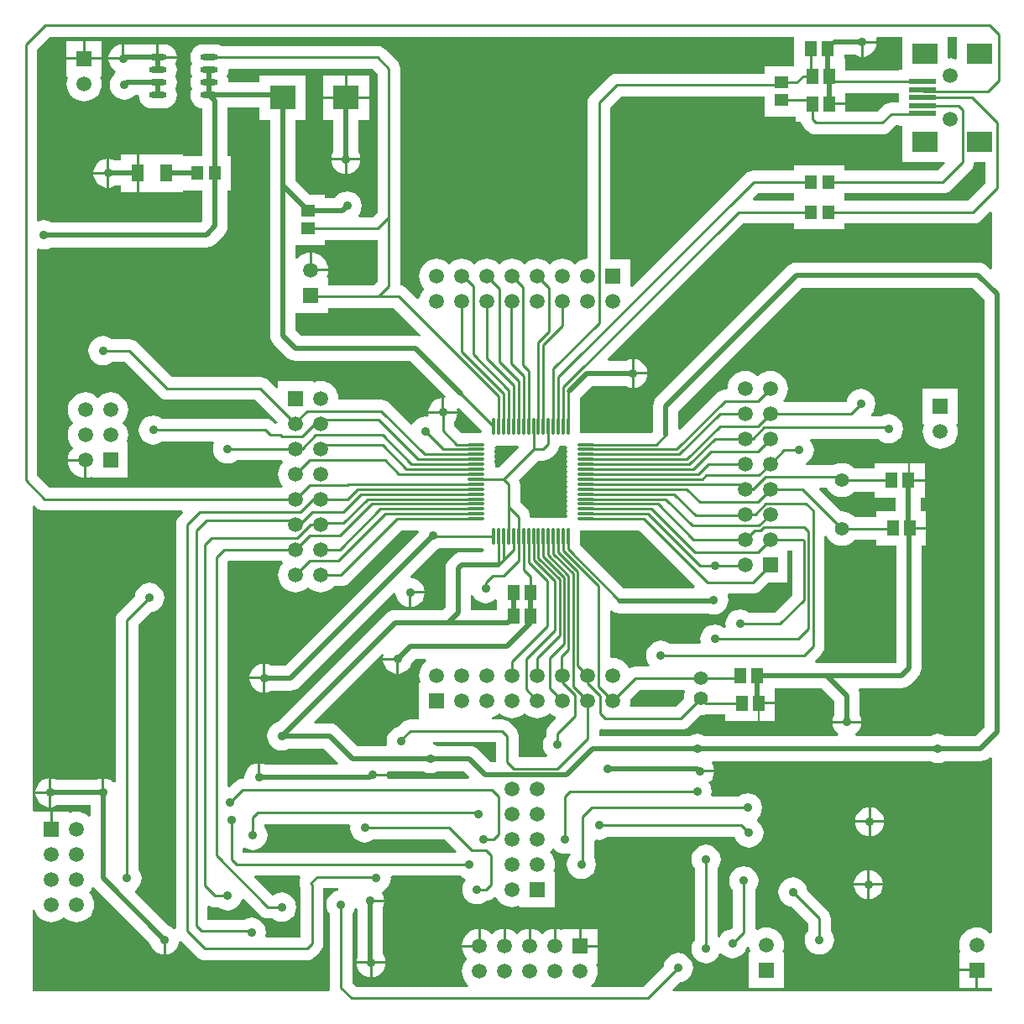
<source format=gtl>
%FSAX24Y24*%
%MOIN*%
G70*
G01*
G75*
G04 Layer_Physical_Order=1*
G04 Layer_Color=255*
%ADD10R,0.0512X0.0591*%
%ADD11R,0.0472X0.0551*%
%ADD12R,0.0984X0.0787*%
%ADD13R,0.1063X0.0197*%
%ADD14O,0.0709X0.0236*%
%ADD15R,0.0551X0.0472*%
%ADD16R,0.1024X0.0945*%
%ADD17R,0.0512X0.0709*%
%ADD18O,0.0709X0.0114*%
%ADD19O,0.0114X0.0709*%
%ADD20C,0.0100*%
%ADD21C,0.0200*%
%ADD22C,0.0591*%
%ADD23R,0.0591X0.0591*%
%ADD24C,0.0551*%
%ADD25R,0.0591X0.0591*%
%ADD26C,0.0350*%
G36*
X058746Y058441D02*
Y057169D01*
Y041459D01*
X058391Y041104D01*
X057185D01*
X057050Y041160D01*
X056900Y041180D01*
X056750Y041160D01*
X056615Y041104D01*
X053658D01*
X053632Y041180D01*
X053710Y041240D01*
X053802Y041360D01*
X053860Y041500D01*
X053873Y041600D01*
X052727D01*
X052740Y041500D01*
X052798Y041360D01*
X052890Y041240D01*
X052968Y041180D01*
X052942Y041104D01*
X047635D01*
X047500Y041160D01*
X047350Y041180D01*
X047200Y041160D01*
X047065Y041104D01*
X043454D01*
Y041343D01*
X043520Y041387D01*
X043583Y041362D01*
X043583Y041362D01*
X043583Y041362D01*
D01*
X043583Y041362D01*
X043583Y041362D01*
X043700Y041346D01*
X043700Y041346D01*
X046694D01*
X046811Y041362D01*
X046921Y041407D01*
X047015Y041479D01*
X047466Y041931D01*
X047500Y041927D01*
X047632Y041940D01*
X047668Y041951D01*
X047706Y041946D01*
X048459D01*
Y041705D01*
X049771D01*
Y042400D01*
X049785D01*
Y042450D01*
X050441D01*
Y042996D01*
X052291D01*
X052796Y042491D01*
Y041935D01*
X052740Y041800D01*
X052727Y041700D01*
X053873D01*
X053860Y041800D01*
X053804Y041935D01*
Y042700D01*
X053787Y042831D01*
X053746Y042929D01*
X053791Y042996D01*
X055450D01*
X055581Y043013D01*
X055702Y043063D01*
X055807Y043143D01*
X055807Y043143D01*
X055807Y043143D01*
X056107Y043443D01*
X056187Y043548D01*
X056237Y043669D01*
X056254Y043800D01*
X056254Y043800D01*
X056254Y043800D01*
Y043800D01*
Y048655D01*
X056441D01*
Y049300D01*
X055785D01*
Y049400D01*
X056441D01*
Y050045D01*
X056239D01*
Y050555D01*
X056391D01*
Y051200D01*
X055735D01*
Y051250D01*
X055721D01*
Y051945D01*
X054409D01*
Y051715D01*
X053601D01*
X053580Y051741D01*
X053477Y051825D01*
X053360Y051888D01*
X053232Y051926D01*
X053100Y051939D01*
X052968Y051926D01*
X052840Y051888D01*
X052777Y051854D01*
X051668D01*
X051653Y051932D01*
X051690Y051948D01*
X051810Y052040D01*
X051902Y052160D01*
X051960Y052300D01*
X051980Y052450D01*
X051960Y052600D01*
X051902Y052740D01*
X051838Y052824D01*
X051873Y052896D01*
X054535D01*
X054540Y052890D01*
X054660Y052798D01*
X054800Y052740D01*
X054950Y052720D01*
X055100Y052740D01*
X055240Y052798D01*
X055360Y052890D01*
X055452Y053010D01*
X055510Y053150D01*
X055530Y053300D01*
X055510Y053450D01*
X055452Y053590D01*
X055360Y053710D01*
X055240Y053802D01*
X055100Y053860D01*
X054950Y053880D01*
X054800Y053860D01*
X054664Y053804D01*
X054272D01*
X054247Y053880D01*
X054260Y053890D01*
X054352Y054010D01*
X054410Y054150D01*
X054430Y054300D01*
X054410Y054450D01*
X054352Y054590D01*
X054260Y054710D01*
X054140Y054802D01*
X054000Y054860D01*
X053850Y054880D01*
X053700Y054860D01*
X053560Y054802D01*
X053440Y054710D01*
X053348Y054590D01*
X053290Y054450D01*
X053279Y054371D01*
X053262Y054354D01*
X050795D01*
X050761Y054426D01*
X050831Y054512D01*
X050895Y054633D01*
X050935Y054764D01*
X050949Y054900D01*
X050935Y055036D01*
X050895Y055167D01*
X050831Y055288D01*
X050744Y055394D01*
X050638Y055481D01*
X050517Y055545D01*
X050386Y055585D01*
X050250Y055599D01*
X050114Y055585D01*
X049983Y055545D01*
X049862Y055481D01*
X049756Y055394D01*
X049744D01*
X049638Y055481D01*
X049517Y055545D01*
X049386Y055585D01*
X049250Y055599D01*
X049114Y055585D01*
X048983Y055545D01*
X048862Y055481D01*
X048756Y055394D01*
X048669Y055288D01*
X048605Y055167D01*
X048565Y055036D01*
X048551Y054900D01*
X048510Y054854D01*
X048450D01*
X048450Y054854D01*
X048333Y054838D01*
X048223Y054793D01*
X048201Y054776D01*
X048129Y054721D01*
X048129Y054721D01*
X046678Y053270D01*
X046604Y053301D01*
Y053991D01*
X051509Y058896D01*
X058291D01*
X058746Y058441D01*
D02*
G37*
G36*
X036369Y057039D02*
X036325Y056972D01*
X036289Y056987D01*
X036159Y057004D01*
X031609D01*
X031394Y057219D01*
Y057905D01*
X032695D01*
Y058096D01*
X035312D01*
X036369Y057039D01*
D02*
G37*
G36*
X039864Y052627D02*
X039963Y052640D01*
X040061Y052627D01*
X040159Y052640D01*
X040239Y052629D01*
X040265Y052553D01*
X039464Y051752D01*
X039366D01*
X039313Y051812D01*
X039323Y051889D01*
X039310Y051987D01*
X039323Y052086D01*
X039310Y052184D01*
X039323Y052283D01*
X039310Y052381D01*
X039323Y052480D01*
X039311Y052575D01*
X039339Y052611D01*
X039375Y052639D01*
X039470Y052627D01*
X039569Y052640D01*
X039667Y052627D01*
X039766Y052640D01*
X039864Y052627D01*
D02*
G37*
G36*
X038309Y039478D02*
X038278Y039404D01*
X035071D01*
X035019Y039464D01*
X035023Y039500D01*
X034450D01*
Y039600D01*
X035023D01*
X035019Y039636D01*
X035071Y039696D01*
X036465D01*
X036600Y039640D01*
X036750Y039620D01*
X036900Y039640D01*
X037035Y039696D01*
X038091D01*
X038309Y039478D01*
D02*
G37*
G36*
X042030Y052627D02*
X042125Y052639D01*
X042161Y052611D01*
X042189Y052575D01*
X042177Y052480D01*
X042190Y052381D01*
X042177Y052283D01*
X042190Y052184D01*
X042177Y052086D01*
X042190Y051987D01*
X042177Y051889D01*
X042190Y051791D01*
X042177Y051692D01*
X042190Y051594D01*
X042177Y051495D01*
X042190Y051397D01*
X042177Y051298D01*
X042190Y051200D01*
X042177Y051102D01*
X042190Y051003D01*
X042177Y050905D01*
X042190Y050806D01*
X042177Y050708D01*
X042190Y050609D01*
X042177Y050511D01*
X042190Y050413D01*
X042177Y050314D01*
X042190Y050216D01*
X042177Y050117D01*
X042190Y050019D01*
X042177Y049920D01*
X042189Y049825D01*
X042161Y049789D01*
X042125Y049761D01*
X042030Y049773D01*
X041931Y049760D01*
X041833Y049773D01*
X041734Y049760D01*
X041636Y049773D01*
X041537Y049760D01*
X041439Y049773D01*
X041341Y049760D01*
X041242Y049773D01*
X041144Y049760D01*
X041045Y049773D01*
X040947Y049760D01*
X040848Y049773D01*
X040774Y049763D01*
X040711Y049812D01*
X040696Y049924D01*
X040651Y050033D01*
X040579Y050127D01*
X040318Y050388D01*
Y051086D01*
X040303Y051203D01*
X040276Y051267D01*
X040272Y051277D01*
X041036Y052041D01*
X041245D01*
X041363Y052057D01*
X041427Y052083D01*
X041472Y052102D01*
X041566Y052174D01*
X041566Y052174D01*
X041566Y052174D01*
X041760Y052368D01*
X041832Y052462D01*
X041877Y052572D01*
X041886Y052634D01*
X041931Y052640D01*
X042030Y052627D01*
D02*
G37*
G36*
X034646Y067412D02*
Y061888D01*
X034458Y061700D01*
X033920D01*
X033884Y061771D01*
X033952Y061860D01*
X034010Y062000D01*
X034030Y062150D01*
X034010Y062300D01*
X033952Y062440D01*
X033860Y062560D01*
X033740Y062652D01*
X033600Y062710D01*
X033450Y062730D01*
X033300Y062710D01*
X033160Y062652D01*
X033040Y062560D01*
X032962Y062459D01*
X032576D01*
Y062591D01*
X031977D01*
X031394Y063173D01*
Y065578D01*
X031802D01*
Y067322D01*
X029978D01*
Y067054D01*
X028732D01*
X028715Y067185D01*
X028667Y067300D01*
X028715Y067415D01*
X028732Y067550D01*
X028773Y067596D01*
X034462D01*
X034646Y067412D01*
D02*
G37*
G36*
X051209Y062424D02*
Y062354D01*
X049583D01*
X049552Y062428D01*
X049771Y062646D01*
X051209D01*
Y062424D01*
D02*
G37*
G36*
X059046Y061900D02*
Y059672D01*
X058972Y059641D01*
X058857Y059757D01*
X058752Y059837D01*
X058631Y059887D01*
X058500Y059904D01*
X051300D01*
X051300Y059904D01*
X051169Y059887D01*
X051048Y059837D01*
X050943Y059757D01*
X045743Y054557D01*
X045663Y054452D01*
X045613Y054331D01*
X045596Y054200D01*
Y053188D01*
X045538Y053130D01*
X043287D01*
X043232Y053137D01*
X042687D01*
Y053682D01*
X042680Y053737D01*
Y054507D01*
X043169Y054996D01*
X044515D01*
X044650Y054940D01*
X044750Y054927D01*
Y055500D01*
Y056073D01*
X044650Y056060D01*
X044515Y056004D01*
X043830D01*
X043800Y056078D01*
X049168Y061446D01*
X051209D01*
Y061224D01*
X053191D01*
Y061446D01*
X058300D01*
X058417Y061462D01*
X058527Y061507D01*
X058621Y061579D01*
X058621Y061579D01*
X058621Y061579D01*
X058972Y061930D01*
X059046Y061900D01*
D02*
G37*
G36*
X034646Y060791D02*
Y059138D01*
X034512Y059004D01*
X032695D01*
Y059295D01*
X032695D01*
X032645Y059333D01*
X032645Y059333D01*
X032685Y059464D01*
X032694Y059550D01*
X032000D01*
Y059600D01*
X031950D01*
Y060294D01*
X031864Y060285D01*
X031733Y060245D01*
X031612Y060181D01*
X031506Y060094D01*
X031470Y060050D01*
X031394Y060077D01*
Y060609D01*
X032576D01*
Y060792D01*
X034646D01*
X034646Y060791D01*
D02*
G37*
G36*
X029978Y065578D02*
X030386D01*
Y062964D01*
X030386Y062964D01*
X030386D01*
Y057010D01*
X030386Y057010D01*
X030386D01*
X030403Y056879D01*
X030453Y056758D01*
X030534Y056653D01*
X031043Y056143D01*
X031148Y056063D01*
X031269Y056013D01*
X031400Y055996D01*
X035950D01*
X037353Y054593D01*
X037317Y054521D01*
X037300Y054523D01*
Y054000D01*
X037823D01*
X037810Y054099D01*
X037821Y054104D01*
X037885Y054131D01*
X038805Y053211D01*
X038775Y053137D01*
X038268D01*
X038213Y053130D01*
X037988D01*
X037704Y053414D01*
Y053597D01*
X037752Y053660D01*
X037810Y053800D01*
X037823Y053900D01*
X036677D01*
X036686Y053826D01*
X036639Y053779D01*
X036620Y053771D01*
X036550Y053780D01*
X036400Y053760D01*
X036260Y053702D01*
X036140Y053610D01*
X036048Y053490D01*
X036047Y053489D01*
X035969Y053473D01*
X035121Y054321D01*
X035027Y054393D01*
X034982Y054412D01*
X034917Y054438D01*
X034800Y054454D01*
X033140D01*
X033099Y054500D01*
X033085Y054636D01*
X033045Y054767D01*
X032981Y054888D01*
X032894Y054994D01*
X032788Y055081D01*
X032667Y055145D01*
X032536Y055185D01*
X032400Y055199D01*
X032264Y055185D01*
X032133Y055145D01*
X032095Y055195D01*
Y055195D01*
X030705D01*
Y054942D01*
X030631Y054911D01*
X030321Y055221D01*
X030227Y055293D01*
X030182Y055312D01*
X030117Y055338D01*
X030000Y055354D01*
X026488D01*
X025121Y056721D01*
X025027Y056793D01*
X024982Y056812D01*
X024917Y056838D01*
X024800Y056854D01*
X024103D01*
X024040Y056902D01*
X023900Y056960D01*
X023750Y056980D01*
X023600Y056960D01*
X023460Y056902D01*
X023340Y056810D01*
X023248Y056690D01*
X023190Y056550D01*
X023170Y056400D01*
X023190Y056250D01*
X023248Y056110D01*
X023340Y055990D01*
X023460Y055898D01*
X023600Y055840D01*
X023750Y055820D01*
X023900Y055840D01*
X024040Y055898D01*
X024103Y055946D01*
X024612D01*
X025979Y054579D01*
X025979D01*
X025979Y054579D01*
X025979Y054579D01*
Y054579D01*
X026073Y054507D01*
X026183Y054462D01*
X026300Y054446D01*
X029812D01*
X030680Y053578D01*
X030659Y053527D01*
X030581Y053511D01*
X030521Y053571D01*
X030427Y053643D01*
X030382Y053662D01*
X030317Y053688D01*
X030200Y053704D01*
X026103D01*
X026040Y053752D01*
X025900Y053810D01*
X025750Y053830D01*
X025600Y053810D01*
X025460Y053752D01*
X025340Y053660D01*
X025248Y053540D01*
X025190Y053400D01*
X025170Y053250D01*
X025190Y053100D01*
X025248Y052960D01*
X025340Y052840D01*
X025460Y052748D01*
X025600Y052690D01*
X025750Y052670D01*
X025900Y052690D01*
X026040Y052748D01*
X026103Y052796D01*
X028128D01*
X028173Y052730D01*
X028140Y052650D01*
X028120Y052500D01*
X028140Y052350D01*
X028198Y052210D01*
X028290Y052090D01*
X028410Y051998D01*
X028550Y051940D01*
X028700Y051920D01*
X028850Y051940D01*
X028990Y051998D01*
X029053Y052046D01*
X030855D01*
X030889Y051974D01*
X030819Y051888D01*
X030755Y051767D01*
X030715Y051636D01*
X030701Y051500D01*
X030715Y051364D01*
X030755Y051233D01*
X030819Y051112D01*
X030889Y051026D01*
X030855Y050954D01*
X021619D01*
X021135Y051438D01*
Y060415D01*
X021201Y060460D01*
X021250Y060440D01*
X021400Y060420D01*
X021550Y060440D01*
X021685Y060496D01*
X027850D01*
X027981Y060513D01*
X028102Y060563D01*
X028207Y060643D01*
X028207Y060643D01*
X028207Y060643D01*
X028561Y060998D01*
X028641Y061102D01*
X028691Y061224D01*
X028709Y061354D01*
X028709Y061354D01*
X028709Y061354D01*
Y061354D01*
Y062774D01*
X028841D01*
Y064126D01*
X028709D01*
Y066046D01*
X029978D01*
Y065578D01*
D02*
G37*
G36*
X039346Y040073D02*
X039140D01*
X038657Y040557D01*
X038552Y040637D01*
X038431Y040687D01*
X038300Y040704D01*
X037035D01*
X036900Y040760D01*
X036854Y040766D01*
X036859Y040846D01*
X039346D01*
Y040073D01*
D02*
G37*
G36*
X052536Y048962D02*
X052620Y048859D01*
X052723Y048775D01*
X052840Y048712D01*
X052968Y048674D01*
X053100Y048661D01*
X053232Y048674D01*
X053360Y048712D01*
X053477Y048775D01*
X053580Y048859D01*
X053601Y048885D01*
X054459D01*
Y048655D01*
X055246D01*
Y044009D01*
X055241Y044004D01*
X052051D01*
X052020Y044078D01*
X052271Y044329D01*
X052343Y044423D01*
X052388Y044533D01*
X052404Y044650D01*
X052404Y044650D01*
Y049044D01*
X052481Y049063D01*
X052536Y048962D01*
D02*
G37*
G36*
X038448Y046660D02*
X038540Y046540D01*
X038660Y046448D01*
X038800Y046390D01*
X038950Y046370D01*
X039100Y046390D01*
X039240Y046448D01*
X039338Y046523D01*
X039409Y046487D01*
Y046105D01*
Y046104D01*
X038354D01*
Y046681D01*
X038433Y046696D01*
X038448Y046660D01*
D02*
G37*
G36*
X041612Y041919D02*
X041726Y041858D01*
X041737Y041779D01*
X041479Y041521D01*
X041407Y041427D01*
X041388Y041382D01*
X041362Y041317D01*
X041346Y041200D01*
Y041103D01*
X041298Y041040D01*
X041240Y040900D01*
X041220Y040750D01*
X041240Y040600D01*
X041298Y040460D01*
X041390Y040340D01*
X041403Y040330D01*
X041378Y040254D01*
X040254D01*
Y041100D01*
X040254Y041100D01*
X040238Y041217D01*
X040193Y041327D01*
X040121Y041421D01*
X039921Y041621D01*
X039827Y041693D01*
X039782Y041712D01*
X039717Y041738D01*
X039600Y041754D01*
X039208D01*
X039196Y041833D01*
X039267Y041855D01*
X039388Y041919D01*
X039494Y042006D01*
X039506D01*
X039612Y041919D01*
X039733Y041855D01*
X039864Y041815D01*
X040000Y041801D01*
X040136Y041815D01*
X040267Y041855D01*
X040388Y041919D01*
X040494Y042006D01*
X040506D01*
X040612Y041919D01*
X040733Y041855D01*
X040864Y041815D01*
X041000Y041801D01*
X041136Y041815D01*
X041267Y041855D01*
X041388Y041919D01*
X041494Y042006D01*
X041506D01*
X041612Y041919D01*
D02*
G37*
G36*
X046876Y042871D02*
X046873Y042866D01*
X046834Y042739D01*
X046821Y042606D01*
X046824Y042573D01*
X046506Y042254D01*
X044719D01*
X044671Y042318D01*
X044685Y042364D01*
X044699Y042500D01*
X044694Y042552D01*
X045082Y042940D01*
X046834D01*
X046876Y042871D01*
D02*
G37*
G36*
X034901Y044327D02*
X034890Y044300D01*
X034877Y044200D01*
X035450D01*
Y044150D01*
X035500D01*
Y043577D01*
X035600Y043590D01*
X035740Y043648D01*
X035860Y043740D01*
X035952Y043860D01*
X036008Y043995D01*
X036159Y044146D01*
X036572D01*
X036599Y044070D01*
X036506Y043994D01*
X036419Y043888D01*
X036355Y043767D01*
X036315Y043636D01*
X036301Y043500D01*
X036315Y043364D01*
X036355Y043233D01*
X036355Y043233D01*
X036305Y043195D01*
X036305D01*
Y041805D01*
D01*
Y041805D01*
X036254Y041754D01*
X035950D01*
X035950Y041754D01*
X035833Y041738D01*
X035723Y041693D01*
X035629Y041621D01*
X035471Y041463D01*
X035450Y041460D01*
X035310Y041402D01*
X035190Y041310D01*
X035098Y041190D01*
X035040Y041050D01*
X035020Y040900D01*
X035038Y040764D01*
X034985Y040704D01*
X033859D01*
X033107Y041457D01*
X033002Y041537D01*
X032881Y041587D01*
X032750Y041604D01*
X032172D01*
X032141Y041678D01*
X034834Y044371D01*
X034901Y044327D01*
D02*
G37*
G36*
X036258Y049256D02*
X036283Y049196D01*
X030991Y043904D01*
X030435D01*
X030300Y043960D01*
X030200Y043973D01*
Y043400D01*
Y042827D01*
X030300Y042840D01*
X030435Y042896D01*
X031200D01*
X031331Y042913D01*
X031452Y042963D01*
X031557Y043043D01*
X035299Y046786D01*
X035375Y046761D01*
X035390Y046650D01*
X035448Y046510D01*
X035540Y046390D01*
X035660Y046298D01*
X035800Y046240D01*
X035900Y046227D01*
Y046800D01*
X035950D01*
Y046850D01*
X036523D01*
X036510Y046950D01*
X036452Y047090D01*
X036360Y047210D01*
X036240Y047302D01*
X036100Y047360D01*
X035989Y047375D01*
X035964Y047451D01*
X037005Y048492D01*
X037140Y048548D01*
X037157Y048561D01*
X038844D01*
X038874Y048487D01*
X038880Y048479D01*
X038845Y048407D01*
X038003D01*
X037873Y048390D01*
X037751Y048340D01*
X037647Y048260D01*
X037493Y048107D01*
X037413Y048002D01*
X037363Y047881D01*
X037346Y047750D01*
Y046209D01*
X037241Y046104D01*
X035350D01*
X035219Y046087D01*
X035098Y046037D01*
X034993Y045957D01*
X030695Y041658D01*
X030560Y041602D01*
X030440Y041510D01*
X030348Y041390D01*
X030290Y041250D01*
X030270Y041100D01*
X030290Y040950D01*
X030348Y040810D01*
X030440Y040690D01*
X030560Y040598D01*
X030700Y040540D01*
X030850Y040520D01*
X031000Y040540D01*
X031135Y040596D01*
X032541D01*
X033109Y040028D01*
X033078Y039954D01*
X030235D01*
X030100Y040010D01*
X030000Y040023D01*
Y039450D01*
X029900D01*
Y040023D01*
X029800Y040010D01*
X029660Y039952D01*
X029540Y039860D01*
X029448Y039740D01*
X029390Y039600D01*
X029370Y039450D01*
X029330Y039404D01*
X029300D01*
X029300Y039404D01*
X029183Y039388D01*
X029073Y039343D01*
X028979Y039271D01*
X028778Y039070D01*
X028704Y039100D01*
Y048012D01*
X028738Y048046D01*
X030855D01*
X030889Y047974D01*
X030819Y047888D01*
X030755Y047767D01*
X030715Y047636D01*
X030701Y047500D01*
X030715Y047364D01*
X030755Y047233D01*
X030819Y047112D01*
X030906Y047006D01*
X031012Y046919D01*
X031133Y046855D01*
X031264Y046815D01*
X031400Y046801D01*
X031536Y046815D01*
X031667Y046855D01*
X031788Y046919D01*
X031894Y047006D01*
X031906D01*
X032012Y046919D01*
X032133Y046855D01*
X032264Y046815D01*
X032400Y046801D01*
X032536Y046815D01*
X032667Y046855D01*
X032788Y046919D01*
X032894Y047006D01*
X032927Y047046D01*
X033200D01*
X033317Y047062D01*
X033382Y047088D01*
X033427Y047107D01*
X033521Y047179D01*
X033521Y047179D01*
X033521Y047179D01*
X035612Y049270D01*
X036249D01*
X036258Y049256D01*
D02*
G37*
G36*
X052536Y050883D02*
X052620Y050781D01*
X052723Y050696D01*
X052840Y050633D01*
X052968Y050595D01*
X053100Y050582D01*
X053232Y050595D01*
X053360Y050633D01*
X053477Y050696D01*
X053580Y050781D01*
X053601Y050807D01*
X054409D01*
Y050555D01*
X055230D01*
Y050045D01*
X054459D01*
Y049793D01*
X053601D01*
X053580Y049819D01*
X053477Y049904D01*
X053360Y049967D01*
X053232Y050005D01*
X053100Y050018D01*
X053066Y050015D01*
X052209Y050872D01*
X052240Y050946D01*
X052502D01*
X052536Y050883D01*
D02*
G37*
G36*
X047259Y047049D02*
X047228Y046975D01*
X044408D01*
X042685Y048699D01*
X042687Y048718D01*
Y049263D01*
X043232D01*
X043287Y049270D01*
X045038D01*
X047259Y047049D01*
D02*
G37*
G36*
X059046Y040228D02*
Y033288D01*
X058971Y033261D01*
X058944Y033294D01*
X058838Y033381D01*
X058717Y033445D01*
X058586Y033485D01*
X058450Y033499D01*
X058314Y033485D01*
X058183Y033445D01*
X058062Y033381D01*
X057956Y033294D01*
X057869Y033188D01*
X057805Y033067D01*
X057765Y032936D01*
X057751Y032800D01*
X057765Y032664D01*
X057805Y032533D01*
X057805Y032533D01*
X057755Y032495D01*
X057755D01*
Y031850D01*
X058450D01*
Y031800D01*
X058500D01*
Y031105D01*
X059046D01*
Y030954D01*
X046400D01*
X046370Y031028D01*
X046671Y031329D01*
X046750Y031340D01*
X046890Y031398D01*
X047010Y031490D01*
X047102Y031610D01*
X047160Y031750D01*
X047180Y031900D01*
X047160Y032050D01*
X047102Y032190D01*
X047010Y032310D01*
X046890Y032402D01*
X046750Y032460D01*
X046600Y032480D01*
X046450Y032460D01*
X046310Y032402D01*
X046190Y032310D01*
X046098Y032190D01*
X046040Y032050D01*
X046029Y031971D01*
X045193Y031135D01*
X043165D01*
X043138Y031210D01*
X043194Y031256D01*
X043281Y031362D01*
X043345Y031483D01*
X043385Y031614D01*
X043399Y031750D01*
X043385Y031886D01*
X043345Y032017D01*
X043345Y032017D01*
D01*
X043395Y032055D01*
X043395D01*
Y032700D01*
X042700D01*
Y032750D01*
X042650D01*
Y033445D01*
X042005D01*
Y033445D01*
X041967Y033395D01*
X041836Y033435D01*
X041750Y033444D01*
Y032750D01*
X041650D01*
Y033444D01*
X041564Y033435D01*
X041433Y033395D01*
X041312Y033331D01*
X041206Y033244D01*
X041194D01*
X041088Y033331D01*
X040967Y033395D01*
X040836Y033435D01*
X040750Y033444D01*
Y032750D01*
X040650D01*
Y033444D01*
X040564Y033435D01*
X040433Y033395D01*
X040312Y033331D01*
X040206Y033244D01*
X040194D01*
X040088Y033331D01*
X039967Y033395D01*
X039836Y033435D01*
X039750Y033444D01*
Y032750D01*
X039650D01*
Y033444D01*
X039564Y033435D01*
X039433Y033395D01*
X039312Y033331D01*
X039206Y033244D01*
X039194D01*
X039088Y033331D01*
X038967Y033395D01*
X038836Y033435D01*
X038750Y033444D01*
Y032750D01*
X038700D01*
Y032700D01*
X038006D01*
X038015Y032614D01*
X038055Y032483D01*
X038119Y032362D01*
X038206Y032256D01*
Y032244D01*
X038119Y032138D01*
X038055Y032017D01*
X038015Y031886D01*
X038001Y031750D01*
X038015Y031614D01*
X038055Y031483D01*
X038119Y031362D01*
X038206Y031256D01*
X038262Y031210D01*
X038235Y031135D01*
X033807D01*
X033654Y031288D01*
Y034047D01*
X033702Y034110D01*
X033760Y034250D01*
X033762Y034265D01*
X033786Y034268D01*
X033846Y034215D01*
Y032264D01*
X033840Y032250D01*
X033827Y032150D01*
X034973D01*
X034960Y032250D01*
X034902Y032390D01*
X034854Y032452D01*
Y034265D01*
X034910Y034400D01*
X034923Y034500D01*
X034350D01*
Y034600D01*
X034923D01*
X034910Y034700D01*
X034852Y034840D01*
X034839Y034858D01*
X034859Y034935D01*
X034890Y034948D01*
X035010Y035040D01*
X035102Y035160D01*
X035160Y035300D01*
X035180Y035450D01*
X035175Y035486D01*
X035228Y035546D01*
X037947D01*
X038010Y035498D01*
X038137Y035445D01*
X038146Y035411D01*
X038137Y035341D01*
X038098Y035290D01*
X038040Y035150D01*
X038020Y035000D01*
X038040Y034850D01*
X038098Y034710D01*
X038190Y034590D01*
X038310Y034498D01*
X038450Y034440D01*
X038600Y034420D01*
X038750Y034440D01*
X038890Y034498D01*
X038954Y034547D01*
X039067Y034562D01*
X039132Y034588D01*
X039177Y034607D01*
X039271Y034679D01*
X039297Y034705D01*
X039376Y034693D01*
X039419Y034612D01*
X039506Y034506D01*
X039612Y034419D01*
X039733Y034355D01*
X039864Y034315D01*
X040000Y034301D01*
X040136Y034315D01*
X040267Y034355D01*
X040267Y034355D01*
Y034355D01*
X040305Y034305D01*
Y034305D01*
X041695D01*
Y035695D01*
X041695D01*
X041645Y035733D01*
X041645Y035733D01*
X041685Y035864D01*
X041699Y036000D01*
X041685Y036136D01*
X041645Y036267D01*
X041581Y036388D01*
X041494Y036494D01*
Y036506D01*
X041581Y036612D01*
X041584Y036618D01*
X041664Y036624D01*
X041690Y036590D01*
X041810Y036498D01*
X041950Y036440D01*
X042100Y036420D01*
X042250Y036440D01*
X042272Y036449D01*
X042321Y036386D01*
X042248Y036290D01*
X042190Y036150D01*
X042170Y036000D01*
X042190Y035850D01*
X042248Y035710D01*
X042340Y035590D01*
X042460Y035498D01*
X042600Y035440D01*
X042750Y035420D01*
X042900Y035440D01*
X043040Y035498D01*
X043160Y035590D01*
X043252Y035710D01*
X043310Y035850D01*
X043330Y036000D01*
X043310Y036150D01*
X043254Y036286D01*
Y036935D01*
X043314Y036988D01*
X043450Y036970D01*
X043600Y036990D01*
X043740Y037048D01*
X043803Y037096D01*
X048841D01*
X048898Y036960D01*
X048990Y036840D01*
X049110Y036748D01*
X049250Y036690D01*
X049400Y036670D01*
X049550Y036690D01*
X049690Y036748D01*
X049810Y036840D01*
X049902Y036960D01*
X049960Y037100D01*
X049980Y037250D01*
X049960Y037400D01*
X049902Y037540D01*
X049810Y037660D01*
X049720Y037729D01*
Y037809D01*
X049760Y037840D01*
X049852Y037960D01*
X049910Y038100D01*
X049930Y038250D01*
X049910Y038400D01*
X049852Y038540D01*
X049760Y038660D01*
X049640Y038752D01*
X049500Y038810D01*
X049350Y038830D01*
X049200Y038810D01*
X049060Y038752D01*
X048997Y038704D01*
X047965D01*
X047912Y038764D01*
X047930Y038900D01*
X047910Y039050D01*
X047852Y039190D01*
X047807Y039249D01*
X047860Y039290D01*
X047952Y039410D01*
X048010Y039550D01*
X048023Y039650D01*
X047450D01*
Y039750D01*
X048023D01*
X048010Y039850D01*
X047952Y039990D01*
X047926Y040024D01*
X047962Y040096D01*
X056615D01*
X056750Y040040D01*
X056900Y040020D01*
X057050Y040040D01*
X057185Y040096D01*
X058600D01*
X058731Y040113D01*
X058852Y040163D01*
X058957Y040243D01*
X058957Y040243D01*
X058957Y040243D01*
X058972Y040259D01*
X059046Y040228D01*
D02*
G37*
G36*
X051134Y046688D02*
X050450Y046004D01*
X049403D01*
X049340Y046052D01*
X049200Y046110D01*
X049050Y046130D01*
X048900Y046110D01*
X048760Y046052D01*
X048640Y045960D01*
X048548Y045840D01*
X048490Y045700D01*
X048470Y045550D01*
X048481Y045464D01*
X048429Y045404D01*
X048403D01*
X048340Y045452D01*
X048200Y045510D01*
X048050Y045530D01*
X047900Y045510D01*
X047760Y045452D01*
X047640Y045360D01*
X047548Y045240D01*
X047490Y045100D01*
X047470Y044950D01*
X047488Y044814D01*
X047435Y044754D01*
X046253D01*
X046190Y044802D01*
X046050Y044860D01*
X045900Y044880D01*
X045750Y044860D01*
X045610Y044802D01*
X045490Y044710D01*
X045398Y044590D01*
X045340Y044450D01*
X045320Y044300D01*
X045340Y044150D01*
X045398Y044010D01*
X045467Y043919D01*
X045432Y043848D01*
X044894D01*
X044776Y043832D01*
X044667Y043787D01*
X044631Y043795D01*
X044581Y043888D01*
X044494Y043994D01*
X044388Y044081D01*
X044267Y044145D01*
X044136Y044185D01*
X044000Y044199D01*
X043939Y044193D01*
X043880Y044246D01*
Y046050D01*
X043952Y046085D01*
X044019Y046034D01*
X044140Y045984D01*
X044271Y045967D01*
X047785D01*
X047850Y045940D01*
X048000Y045920D01*
X048150Y045940D01*
X048290Y045998D01*
X048410Y046090D01*
X048502Y046210D01*
X048560Y046350D01*
X048580Y046500D01*
X048560Y046650D01*
X048548Y046680D01*
X048592Y046746D01*
X049550D01*
X049667Y046762D01*
X049732Y046788D01*
X049777Y046807D01*
X049871Y046879D01*
X049871Y046879D01*
X049871Y046879D01*
X050197Y047205D01*
X050945D01*
Y048446D01*
X051134D01*
Y046688D01*
D02*
G37*
G36*
X058796Y063038D02*
X058112Y062354D01*
X053191D01*
Y062424D01*
Y062646D01*
X057100D01*
X057217Y062662D01*
X057282Y062688D01*
X057327Y062707D01*
X057421Y062779D01*
X057421Y062779D01*
X057421Y062779D01*
X058221Y063579D01*
X058221Y063579D01*
X058221Y063579D01*
X058293Y063673D01*
X058338Y063783D01*
X058354Y063900D01*
Y063904D01*
X058796D01*
Y063038D01*
D02*
G37*
G36*
X050024Y066418D02*
Y065709D01*
X051259D01*
Y065505D01*
X051472D01*
X051477Y065467D01*
X051522Y065358D01*
X051594Y065264D01*
X051729Y065129D01*
X051729D01*
X051729Y065129D01*
X051729Y065129D01*
Y065129D01*
X051823Y065057D01*
X051868Y065038D01*
X051933Y065012D01*
X052050Y064996D01*
X052050Y064996D01*
X054700D01*
X054817Y065012D01*
X054882Y065038D01*
X054927Y065057D01*
X055021Y065129D01*
X055021Y065129D01*
X055021Y065129D01*
X055238Y065346D01*
X055349D01*
Y065322D01*
X055507D01*
Y063904D01*
X057158D01*
X057189Y063830D01*
X056912Y063554D01*
X053191D01*
Y063776D01*
X051209D01*
Y063554D01*
X049583D01*
X049583Y063554D01*
X049465Y063538D01*
X049356Y063493D01*
X049262Y063421D01*
X044769Y058928D01*
X044695Y058959D01*
Y060045D01*
X043904D01*
Y066062D01*
X044338Y066496D01*
X050024D01*
Y066418D01*
D02*
G37*
G36*
X031607Y035477D02*
X031562Y035367D01*
X031546Y035250D01*
X031562Y035133D01*
X031596Y035049D01*
Y033104D01*
X030265D01*
X030212Y033164D01*
X030230Y033300D01*
X030210Y033450D01*
X030152Y033590D01*
X030060Y033710D01*
X029940Y033802D01*
X029800Y033860D01*
X029650Y033880D01*
X029500Y033860D01*
X029364Y033804D01*
X027904D01*
Y034323D01*
X027973Y034357D01*
X028083Y034312D01*
X028200Y034296D01*
X028347D01*
X028410Y034248D01*
X028550Y034190D01*
X028700Y034170D01*
X028850Y034190D01*
X028990Y034248D01*
X029110Y034340D01*
X029202Y034460D01*
X029260Y034600D01*
X029333Y034625D01*
X029979Y033979D01*
X030073Y033907D01*
X030118Y033888D01*
X030183Y033862D01*
X030300Y033846D01*
X030497D01*
X030560Y033798D01*
X030700Y033740D01*
X030850Y033720D01*
X031000Y033740D01*
X031140Y033798D01*
X031260Y033890D01*
X031352Y034010D01*
X031410Y034150D01*
X031430Y034300D01*
X031410Y034450D01*
X031352Y034590D01*
X031260Y034710D01*
X031140Y034802D01*
X031000Y034860D01*
X030850Y034880D01*
X030700Y034860D01*
X030560Y034802D01*
X030497Y034754D01*
X030488D01*
X029770Y035472D01*
X029800Y035546D01*
X031573D01*
X031607Y035477D01*
D02*
G37*
G36*
X057672Y068022D02*
X057608Y067975D01*
X057519Y068001D01*
X057383Y068015D01*
X057350Y068012D01*
X057291Y068065D01*
Y068865D01*
X057672D01*
Y068022D01*
D02*
G37*
G36*
X051209Y067705D02*
D01*
Y067705D01*
X051195Y067691D01*
X050024D01*
Y067404D01*
X044150D01*
X044033Y067388D01*
X043923Y067343D01*
X043829Y067271D01*
X043829Y067271D01*
X043129Y066571D01*
X043057Y066477D01*
X043038Y066432D01*
X043012Y066367D01*
X042996Y066250D01*
X042996Y066250D01*
X042996D01*
X042996Y066250D01*
X042996D01*
Y060048D01*
X042864Y060035D01*
X042733Y059995D01*
X042612Y059931D01*
X042506Y059844D01*
X042494D01*
X042388Y059931D01*
X042267Y059995D01*
X042136Y060035D01*
X042000Y060049D01*
X041864Y060035D01*
X041733Y059995D01*
X041612Y059931D01*
X041506Y059844D01*
X041494D01*
X041388Y059931D01*
X041267Y059995D01*
X041136Y060035D01*
X041000Y060049D01*
X040864Y060035D01*
X040733Y059995D01*
X040612Y059931D01*
X040506Y059844D01*
X040494D01*
X040388Y059931D01*
X040267Y059995D01*
X040136Y060035D01*
X040000Y060049D01*
X039864Y060035D01*
X039733Y059995D01*
X039612Y059931D01*
X039506Y059844D01*
X039494D01*
X039388Y059931D01*
X039267Y059995D01*
X039136Y060035D01*
X039000Y060049D01*
X038864Y060035D01*
X038733Y059995D01*
X038612Y059931D01*
X038506Y059844D01*
X038494D01*
X038388Y059931D01*
X038267Y059995D01*
X038136Y060035D01*
X038000Y060049D01*
X037864Y060035D01*
X037733Y059995D01*
X037612Y059931D01*
X037506Y059844D01*
X037494D01*
X037388Y059931D01*
X037267Y059995D01*
X037136Y060035D01*
X037000Y060049D01*
X036864Y060035D01*
X036733Y059995D01*
X036612Y059931D01*
X036506Y059844D01*
X036419Y059738D01*
X036355Y059617D01*
X036315Y059486D01*
X036301Y059350D01*
X036315Y059214D01*
X036355Y059083D01*
X036419Y058962D01*
X036506Y058856D01*
Y058844D01*
X036419Y058738D01*
X036355Y058617D01*
X036315Y058486D01*
X036314Y058480D01*
X036239Y058453D01*
X035821Y058871D01*
X035727Y058943D01*
X035682Y058962D01*
X035617Y058988D01*
X035554Y058997D01*
Y061700D01*
X035554Y061700D01*
X035554Y061700D01*
Y067600D01*
X035538Y067717D01*
X035493Y067827D01*
X035421Y067921D01*
X034971Y068371D01*
X034877Y068443D01*
X034832Y068462D01*
X034767Y068488D01*
X034650Y068504D01*
X028468D01*
X028345Y068555D01*
X028210Y068573D01*
X027737D01*
X027602Y068555D01*
X027476Y068503D01*
X027368Y068420D01*
X027285Y068311D01*
X027233Y068185D01*
X027215Y068050D01*
X027233Y067915D01*
X027280Y067800D01*
X027233Y067685D01*
X027215Y067550D01*
X027233Y067415D01*
X027280Y067300D01*
X027233Y067185D01*
X027215Y067050D01*
X027233Y066915D01*
X027280Y066800D01*
X027233Y066685D01*
X027215Y066550D01*
X027233Y066415D01*
X027285Y066289D01*
X027368Y066180D01*
X027476Y066097D01*
X027602Y066045D01*
X027700Y066032D01*
Y064126D01*
X026927D01*
Y064204D01*
X025179D01*
Y063450D01*
Y062696D01*
X026927D01*
Y062774D01*
X027700D01*
Y061563D01*
X027641Y061504D01*
X021685D01*
X021550Y061560D01*
X021400Y061580D01*
X021250Y061560D01*
X021201Y061540D01*
X021135Y061585D01*
Y068362D01*
X021638Y068865D01*
X051209D01*
Y067705D01*
D02*
G37*
G36*
X055349Y066267D02*
Y066254D01*
X055050D01*
X055050Y066254D01*
X054933Y066238D01*
X054823Y066193D01*
X054729Y066121D01*
X054512Y065904D01*
X053241D01*
Y066150D01*
X052585D01*
Y066250D01*
X053241D01*
Y066605D01*
Y066626D01*
X055349D01*
Y066267D01*
D02*
G37*
G36*
X021110Y050179D02*
X021110Y050179D01*
X021110Y050179D01*
Y050179D01*
X021110Y050179D01*
Y050179D01*
X021204Y050107D01*
X021314Y050062D01*
X021431Y050046D01*
X026900D01*
X026930Y049972D01*
X026779Y049821D01*
X026707Y049727D01*
X026688Y049682D01*
X026662Y049617D01*
X026646Y049500D01*
X026646Y049500D01*
X026646D01*
X026646Y049500D01*
X026646D01*
Y033473D01*
X026574Y033438D01*
X026490Y033502D01*
X026355Y033558D01*
X025019Y034894D01*
X025024Y034974D01*
X025110Y035040D01*
X025202Y035160D01*
X025260Y035300D01*
X025280Y035450D01*
X025260Y035600D01*
X025202Y035740D01*
X025154Y035803D01*
Y045512D01*
X025671Y046029D01*
X025750Y046040D01*
X025890Y046098D01*
X026010Y046190D01*
X026102Y046310D01*
X026160Y046450D01*
X026180Y046600D01*
X026160Y046750D01*
X026102Y046890D01*
X026010Y047010D01*
X025890Y047102D01*
X025750Y047160D01*
X025600Y047180D01*
X025450Y047160D01*
X025310Y047102D01*
X025190Y047010D01*
X025098Y046890D01*
X025040Y046750D01*
X025029Y046671D01*
X024379Y046021D01*
X024307Y045927D01*
X024288Y045882D01*
X024262Y045817D01*
X024246Y045700D01*
X024246Y045700D01*
X024246D01*
X024246Y045700D01*
X024246D01*
Y039272D01*
X024170Y039247D01*
X024160Y039260D01*
X024040Y039352D01*
X023900Y039410D01*
X023800Y039423D01*
Y038850D01*
X023700D01*
Y039423D01*
X023600Y039410D01*
X023465Y039354D01*
X021935D01*
X021800Y039410D01*
X021700Y039423D01*
Y038850D01*
Y038277D01*
X021800Y038290D01*
X021935Y038346D01*
X023246D01*
Y037945D01*
X023173Y037911D01*
X023088Y037981D01*
X022967Y038045D01*
X022836Y038085D01*
X022700Y038099D01*
X022564Y038085D01*
X022433Y038045D01*
X022395Y038095D01*
Y038095D01*
X021750D01*
Y037400D01*
X021650D01*
Y038095D01*
X021005D01*
D01*
X021005D01*
X020954Y038146D01*
Y050231D01*
X021028Y050261D01*
X021110Y050179D01*
D02*
G37*
G36*
X033581Y037536D02*
X033570Y037450D01*
X033590Y037300D01*
X033648Y037160D01*
X033740Y037040D01*
X033860Y036948D01*
X034000Y036890D01*
X034150Y036870D01*
X034300Y036890D01*
X034440Y036948D01*
X034503Y036996D01*
X037312D01*
X037780Y036528D01*
X037750Y036454D01*
X029304D01*
Y036639D01*
X029376Y036674D01*
X029410Y036648D01*
X029550Y036590D01*
X029700Y036570D01*
X029850Y036590D01*
X029990Y036648D01*
X030110Y036740D01*
X030202Y036860D01*
X030260Y037000D01*
X030280Y037150D01*
X030260Y037300D01*
X030202Y037440D01*
X030154Y037503D01*
Y037596D01*
X033529D01*
X033581Y037536D01*
D02*
G37*
G36*
X025642Y032845D02*
X025698Y032710D01*
X025790Y032590D01*
X025910Y032498D01*
X026050Y032440D01*
X026150Y032427D01*
Y033000D01*
X026250D01*
Y032427D01*
X026350Y032440D01*
X026490Y032498D01*
X026610Y032590D01*
X026702Y032710D01*
X026760Y032850D01*
X026771Y032935D01*
X026847Y032961D01*
X027479Y032329D01*
X027479Y032329D01*
X027573Y032257D01*
X027683Y032212D01*
X027800Y032196D01*
X031850D01*
X031967Y032212D01*
X032032Y032238D01*
X032077Y032257D01*
X032171Y032329D01*
X032171Y032329D01*
X032171Y032329D01*
X032371Y032529D01*
X032371Y032529D01*
X032371Y032529D01*
X032443Y032623D01*
X032488Y032733D01*
X032488Y032733D01*
X032488Y032733D01*
Y032733D01*
X032504Y032850D01*
X032504Y032850D01*
Y035046D01*
X033091D01*
X033096Y034966D01*
X033050Y034960D01*
X032910Y034902D01*
X032790Y034810D01*
X032698Y034690D01*
X032640Y034550D01*
X032620Y034400D01*
X032640Y034250D01*
X032698Y034110D01*
X032746Y034047D01*
Y031100D01*
X032746Y031100D01*
X032746D01*
X032757Y031014D01*
X032705Y030954D01*
X020954D01*
Y034192D01*
X021033Y034204D01*
X021055Y034133D01*
X021119Y034012D01*
X021206Y033906D01*
X021312Y033819D01*
X021433Y033755D01*
X021564Y033715D01*
X021700Y033701D01*
X021836Y033715D01*
X021967Y033755D01*
X022088Y033819D01*
X022194Y033906D01*
X022206D01*
X022312Y033819D01*
X022433Y033755D01*
X022564Y033715D01*
X022700Y033701D01*
X022836Y033715D01*
X022967Y033755D01*
X023088Y033819D01*
X023194Y033906D01*
X023281Y034012D01*
X023345Y034133D01*
X023385Y034264D01*
X023399Y034400D01*
X023385Y034536D01*
X023345Y034667D01*
X023281Y034788D01*
X023194Y034894D01*
Y034906D01*
X023281Y035012D01*
X023311Y035069D01*
X023327Y035081D01*
X023396Y035091D01*
X025642Y032845D01*
D02*
G37*
G36*
X055507Y067578D02*
X055349D01*
Y067534D01*
X053241D01*
Y067995D01*
X053191D01*
Y068146D01*
X053615D01*
X053750Y068090D01*
X053850Y068077D01*
Y068650D01*
X053900D01*
Y068700D01*
X054473D01*
X054460Y068800D01*
X054504Y068865D01*
X055507D01*
Y067578D01*
D02*
G37*
%LPC*%
G36*
X038650Y033444D02*
X038564Y033435D01*
X038433Y033395D01*
X038312Y033331D01*
X038206Y033244D01*
X038119Y033138D01*
X038055Y033017D01*
X038015Y032886D01*
X038006Y032800D01*
X038650D01*
Y033444D01*
D02*
G37*
G36*
X050441Y042350D02*
X049835D01*
Y041705D01*
X050441D01*
Y042350D01*
D02*
G37*
G36*
X058400Y031750D02*
X057755D01*
Y031105D01*
X058400D01*
Y031750D01*
D02*
G37*
G36*
X047700Y036780D02*
X047550Y036760D01*
X047410Y036702D01*
X047290Y036610D01*
X047198Y036490D01*
X047140Y036350D01*
X047120Y036200D01*
X047140Y036050D01*
X047198Y035910D01*
X047246Y035847D01*
Y033003D01*
X047198Y032940D01*
X047140Y032800D01*
X047120Y032650D01*
X047140Y032500D01*
X047198Y032360D01*
X047290Y032240D01*
X047410Y032148D01*
X047550Y032090D01*
X047700Y032070D01*
X047850Y032090D01*
X047990Y032148D01*
X048110Y032240D01*
X048202Y032360D01*
X048241Y032454D01*
X048321Y032465D01*
X048340Y032440D01*
X048460Y032348D01*
X048600Y032290D01*
X048750Y032270D01*
X048900Y032290D01*
X049040Y032348D01*
X049160Y032440D01*
X049252Y032560D01*
X049310Y032700D01*
X049314Y032728D01*
X049382Y032769D01*
X049405Y032761D01*
X049415Y032664D01*
X049455Y032533D01*
X049455Y032533D01*
X049405Y032495D01*
X049405D01*
Y031105D01*
X050795D01*
Y032495D01*
X050795D01*
X050745Y032533D01*
X050745Y032533D01*
X050785Y032664D01*
X050799Y032800D01*
X050785Y032936D01*
X050745Y033067D01*
X050681Y033188D01*
X050594Y033294D01*
X050488Y033381D01*
X050367Y033445D01*
X050236Y033485D01*
X050100Y033499D01*
X049964Y033485D01*
X049833Y033445D01*
X049722Y033387D01*
X049654Y033428D01*
Y034997D01*
X049702Y035060D01*
X049760Y035200D01*
X049780Y035350D01*
X049760Y035500D01*
X049702Y035640D01*
X049610Y035760D01*
X049490Y035852D01*
X049350Y035910D01*
X049200Y035930D01*
X049050Y035910D01*
X048910Y035852D01*
X048790Y035760D01*
X048698Y035640D01*
X048640Y035500D01*
X048620Y035350D01*
X048640Y035200D01*
X048698Y035060D01*
X048746Y034997D01*
Y033488D01*
X048679Y033421D01*
X048600Y033410D01*
X048460Y033352D01*
X048340Y033260D01*
X048248Y033140D01*
X048232Y033103D01*
X048154Y033118D01*
Y035847D01*
X048202Y035910D01*
X048260Y036050D01*
X048280Y036200D01*
X048260Y036350D01*
X048202Y036490D01*
X048110Y036610D01*
X047990Y036702D01*
X047850Y036760D01*
X047700Y036780D01*
D02*
G37*
G36*
X051150Y035480D02*
X051000Y035460D01*
X050860Y035402D01*
X050740Y035310D01*
X050648Y035190D01*
X050590Y035050D01*
X050570Y034900D01*
X050590Y034750D01*
X050648Y034610D01*
X050740Y034490D01*
X050860Y034398D01*
X051000Y034340D01*
X051079Y034329D01*
X051746Y033662D01*
Y033353D01*
X051698Y033290D01*
X051640Y033150D01*
X051620Y033000D01*
X051640Y032850D01*
X051698Y032710D01*
X051790Y032590D01*
X051910Y032498D01*
X052050Y032440D01*
X052200Y032420D01*
X052350Y032440D01*
X052490Y032498D01*
X052610Y032590D01*
X052702Y032710D01*
X052760Y032850D01*
X052780Y033000D01*
X052760Y033150D01*
X052702Y033290D01*
X052654Y033353D01*
Y033850D01*
X052638Y033967D01*
X052593Y034077D01*
X052521Y034171D01*
X051721Y034971D01*
X051710Y035050D01*
X051652Y035190D01*
X051560Y035310D01*
X051440Y035402D01*
X051300Y035460D01*
X051150Y035480D01*
D02*
G37*
G36*
X034973Y032050D02*
X034450D01*
Y031527D01*
X034550Y031540D01*
X034690Y031598D01*
X034810Y031690D01*
X034902Y031810D01*
X034960Y031950D01*
X034973Y032050D01*
D02*
G37*
G36*
X034350D02*
X033827D01*
X033840Y031950D01*
X033898Y031810D01*
X033990Y031690D01*
X034110Y031598D01*
X034250Y031540D01*
X034350Y031527D01*
Y032050D01*
D02*
G37*
G36*
X043395Y033445D02*
X042750D01*
Y032800D01*
X043395D01*
Y033445D01*
D02*
G37*
G36*
X054150Y037650D02*
X053627D01*
X053640Y037550D01*
X053698Y037410D01*
X053790Y037290D01*
X053910Y037198D01*
X054050Y037140D01*
X054150Y037127D01*
Y037650D01*
D02*
G37*
G36*
X054773D02*
X054250D01*
Y037127D01*
X054350Y037140D01*
X054490Y037198D01*
X054610Y037290D01*
X054702Y037410D01*
X054760Y037550D01*
X054773Y037650D01*
D02*
G37*
G36*
X054723Y035150D02*
X054200D01*
Y034627D01*
X054300Y034640D01*
X054440Y034698D01*
X054560Y034790D01*
X054652Y034910D01*
X054710Y035050D01*
X054723Y035150D01*
D02*
G37*
G36*
X054200Y035773D02*
Y035250D01*
X054723D01*
X054710Y035350D01*
X054652Y035490D01*
X054560Y035610D01*
X054440Y035702D01*
X054300Y035760D01*
X054200Y035773D01*
D02*
G37*
G36*
X054100D02*
X054000Y035760D01*
X053860Y035702D01*
X053740Y035610D01*
X053648Y035490D01*
X053590Y035350D01*
X053577Y035250D01*
X054100D01*
Y035773D01*
D02*
G37*
G36*
Y035150D02*
X053577D01*
X053590Y035050D01*
X053648Y034910D01*
X053740Y034790D01*
X053860Y034698D01*
X054000Y034640D01*
X054100Y034627D01*
Y035150D01*
D02*
G37*
G36*
X021600Y039423D02*
X021500Y039410D01*
X021360Y039352D01*
X021240Y039260D01*
X021148Y039140D01*
X021090Y039000D01*
X021077Y038900D01*
X021600D01*
Y039423D01*
D02*
G37*
G36*
Y038800D02*
X021077D01*
X021090Y038700D01*
X021148Y038560D01*
X021240Y038440D01*
X021360Y038348D01*
X021500Y038290D01*
X021600Y038277D01*
Y038800D01*
D02*
G37*
G36*
X054150Y038273D02*
X054050Y038260D01*
X053910Y038202D01*
X053790Y038110D01*
X053698Y037990D01*
X053640Y037850D01*
X053627Y037750D01*
X054150D01*
Y038273D01*
D02*
G37*
G36*
X054250D02*
Y037750D01*
X054773D01*
X054760Y037850D01*
X054702Y037990D01*
X054610Y038110D01*
X054490Y038202D01*
X054350Y038260D01*
X054250Y038273D01*
D02*
G37*
G36*
X034322Y066400D02*
X032498D01*
Y065578D01*
X032896D01*
Y064285D01*
X032840Y064150D01*
X032827Y064050D01*
X033973D01*
X033960Y064150D01*
X033904Y064285D01*
Y065578D01*
X034322D01*
Y066400D01*
D02*
G37*
G36*
X024600Y068573D02*
Y068000D01*
X024550D01*
Y067950D01*
X023977D01*
X023990Y067850D01*
X024048Y067710D01*
X024140Y067590D01*
X024260Y067498D01*
X024209Y067375D01*
X024190Y067360D01*
X024098Y067240D01*
X024040Y067100D01*
X024020Y066950D01*
X024040Y066800D01*
X024098Y066660D01*
X024190Y066540D01*
X024310Y066448D01*
X024450Y066390D01*
X024600Y066370D01*
X024750Y066390D01*
X024890Y066448D01*
X025010Y066540D01*
X025015Y066546D01*
X025168D01*
X025185Y066415D01*
X025238Y066289D01*
X025321Y066180D01*
X025429Y066097D01*
X025555Y066045D01*
X025690Y066027D01*
X026163D01*
X026298Y066045D01*
X026424Y066097D01*
X026532Y066180D01*
X026615Y066289D01*
X026667Y066415D01*
X026685Y066550D01*
X026667Y066685D01*
X026620Y066800D01*
X026667Y066915D01*
X026685Y067050D01*
X026667Y067185D01*
X026620Y067300D01*
X026667Y067415D01*
X026685Y067550D01*
X026667Y067685D01*
X026620Y067800D01*
X026667Y067915D01*
X026679Y068000D01*
X025926D01*
Y068050D01*
X025876D01*
Y068573D01*
X025690D01*
X025555Y068555D01*
X025554Y068554D01*
X024714D01*
X024700Y068560D01*
X024600Y068573D01*
D02*
G37*
G36*
X023695Y067950D02*
X022305D01*
Y067305D01*
X022305D01*
X022355Y067267D01*
D01*
X022355D01*
X022315Y067136D01*
X022301Y067000D01*
X022315Y066864D01*
X022355Y066733D01*
X022419Y066612D01*
X022506Y066506D01*
X022612Y066419D01*
X022733Y066355D01*
X022864Y066315D01*
X023000Y066301D01*
X023136Y066315D01*
X023267Y066355D01*
X023388Y066419D01*
X023494Y066506D01*
X023581Y066612D01*
X023645Y066733D01*
X023685Y066864D01*
X023699Y067000D01*
X023685Y067136D01*
X023645Y067267D01*
X023645Y067267D01*
D01*
X023695Y067305D01*
X023695D01*
Y067950D01*
D02*
G37*
G36*
X033973Y063950D02*
X033450D01*
Y063427D01*
X033550Y063440D01*
X033690Y063498D01*
X033810Y063590D01*
X033902Y063710D01*
X033960Y063850D01*
X033973Y063950D01*
D02*
G37*
G36*
X023900Y064023D02*
X023800Y064010D01*
X023660Y063952D01*
X023540Y063860D01*
X023448Y063740D01*
X023390Y063600D01*
X023377Y063500D01*
X023900D01*
Y064023D01*
D02*
G37*
G36*
X025079Y064204D02*
X024473D01*
Y063954D01*
X024235D01*
X024100Y064010D01*
X024000Y064023D01*
Y063450D01*
Y062877D01*
X024100Y062890D01*
X024235Y062946D01*
X024473D01*
Y062696D01*
X025079D01*
Y063450D01*
Y064204D01*
D02*
G37*
G36*
X033360Y067322D02*
X032498D01*
Y066500D01*
X033360D01*
Y067322D01*
D02*
G37*
G36*
X024500Y068573D02*
X024400Y068560D01*
X024260Y068502D01*
X024140Y068410D01*
X024048Y068290D01*
X023990Y068150D01*
X023977Y068050D01*
X024500D01*
Y068573D01*
D02*
G37*
G36*
X054473Y068600D02*
X053950D01*
Y068077D01*
X054050Y068090D01*
X054190Y068148D01*
X054310Y068240D01*
X054402Y068360D01*
X054460Y068500D01*
X054473Y068600D01*
D02*
G37*
G36*
X026163Y068573D02*
X025976D01*
Y068100D01*
X026679D01*
X026667Y068185D01*
X026615Y068311D01*
X026532Y068420D01*
X026424Y068503D01*
X026298Y068555D01*
X026163Y068573D01*
D02*
G37*
G36*
X034322Y067322D02*
X033460D01*
Y066500D01*
X034322D01*
Y067322D01*
D02*
G37*
G36*
X022950Y068695D02*
X022305D01*
Y068050D01*
X022950D01*
Y068695D01*
D02*
G37*
G36*
X023695D02*
X023050D01*
Y068050D01*
X023695D01*
Y068695D01*
D02*
G37*
G36*
X033350Y063950D02*
X032827D01*
X032840Y063850D01*
X032898Y063710D01*
X032990Y063590D01*
X033110Y063498D01*
X033250Y063440D01*
X033350Y063427D01*
Y063950D01*
D02*
G37*
G36*
X036523Y046750D02*
X036000D01*
Y046227D01*
X036100Y046240D01*
X036240Y046298D01*
X036360Y046390D01*
X036452Y046510D01*
X036510Y046650D01*
X036523Y046750D01*
D02*
G37*
G36*
X056391Y051945D02*
X055785D01*
Y051300D01*
X056391D01*
Y051945D01*
D02*
G37*
G36*
X023000Y052000D02*
X022356D01*
X022365Y051914D01*
X022405Y051783D01*
X022469Y051662D01*
X022556Y051556D01*
X022662Y051469D01*
X022783Y051405D01*
X022914Y051365D01*
X023000Y051356D01*
Y052000D01*
D02*
G37*
G36*
X030100Y043350D02*
X029577D01*
X029590Y043250D01*
X029648Y043110D01*
X029740Y042990D01*
X029860Y042898D01*
X030000Y042840D01*
X030100Y042827D01*
Y043350D01*
D02*
G37*
G36*
Y043973D02*
X030000Y043960D01*
X029860Y043902D01*
X029740Y043810D01*
X029648Y043690D01*
X029590Y043550D01*
X029577Y043450D01*
X030100D01*
Y043973D01*
D02*
G37*
G36*
X035400Y044100D02*
X034877D01*
X034890Y044000D01*
X034948Y043860D01*
X035040Y043740D01*
X035160Y043648D01*
X035300Y043590D01*
X035400Y043577D01*
Y044100D01*
D02*
G37*
G36*
X057695Y054895D02*
X056305D01*
Y053505D01*
X056305D01*
X056355Y053467D01*
D01*
X056355D01*
X056315Y053336D01*
X056301Y053200D01*
X056315Y053064D01*
X056355Y052933D01*
X056419Y052812D01*
X056506Y052706D01*
X056612Y052619D01*
X056733Y052555D01*
X056864Y052515D01*
X057000Y052501D01*
X057136Y052515D01*
X057267Y052555D01*
X057388Y052619D01*
X057494Y052706D01*
X057581Y052812D01*
X057645Y052933D01*
X057685Y053064D01*
X057699Y053200D01*
X057685Y053336D01*
X057645Y053467D01*
X057645Y053467D01*
D01*
X057695Y053505D01*
X057695D01*
Y054895D01*
D02*
G37*
G36*
X044850Y056073D02*
Y055550D01*
X045373D01*
X045360Y055650D01*
X045302Y055790D01*
X045210Y055910D01*
X045090Y056002D01*
X044950Y056060D01*
X044850Y056073D01*
D02*
G37*
G36*
X032050Y060294D02*
Y059650D01*
X032694D01*
X032685Y059736D01*
X032645Y059867D01*
X032581Y059988D01*
X032494Y060094D01*
X032388Y060181D01*
X032267Y060245D01*
X032136Y060285D01*
X032050Y060294D01*
D02*
G37*
G36*
X023900Y063400D02*
X023377D01*
X023390Y063300D01*
X023448Y063160D01*
X023540Y063040D01*
X023660Y062948D01*
X023800Y062890D01*
X023900Y062877D01*
Y063400D01*
D02*
G37*
G36*
X037200Y054523D02*
X037100Y054510D01*
X036960Y054452D01*
X036840Y054360D01*
X036748Y054240D01*
X036690Y054100D01*
X036677Y054000D01*
X037200D01*
Y054523D01*
D02*
G37*
G36*
X024050Y054749D02*
X023914Y054735D01*
X023783Y054695D01*
X023662Y054631D01*
X023556Y054544D01*
X023544D01*
X023438Y054631D01*
X023317Y054695D01*
X023186Y054735D01*
X023050Y054749D01*
X022914Y054735D01*
X022783Y054695D01*
X022662Y054631D01*
X022556Y054544D01*
X022469Y054438D01*
X022405Y054317D01*
X022365Y054186D01*
X022351Y054050D01*
X022365Y053914D01*
X022405Y053783D01*
X022469Y053662D01*
X022556Y053556D01*
Y053544D01*
X022469Y053438D01*
X022405Y053317D01*
X022365Y053186D01*
X022351Y053050D01*
X022365Y052914D01*
X022405Y052783D01*
X022469Y052662D01*
X022556Y052556D01*
Y052544D01*
X022469Y052438D01*
X022405Y052317D01*
X022365Y052186D01*
X022356Y052100D01*
X023050D01*
Y052050D01*
X023100D01*
Y051356D01*
X023186Y051365D01*
X023317Y051405D01*
X023317Y051405D01*
Y051405D01*
X023355Y051355D01*
Y051355D01*
X024745D01*
Y052745D01*
X024745D01*
X024695Y052783D01*
X024695Y052783D01*
X024735Y052914D01*
X024749Y053050D01*
X024735Y053186D01*
X024695Y053317D01*
X024631Y053438D01*
X024544Y053544D01*
Y053556D01*
X024631Y053662D01*
X024695Y053783D01*
X024735Y053914D01*
X024749Y054050D01*
X024735Y054186D01*
X024695Y054317D01*
X024631Y054438D01*
X024544Y054544D01*
X024438Y054631D01*
X024317Y054695D01*
X024186Y054735D01*
X024050Y054749D01*
D02*
G37*
G36*
X045373Y055450D02*
X044850D01*
Y054927D01*
X044950Y054940D01*
X045090Y054998D01*
X045210Y055090D01*
X045302Y055210D01*
X045360Y055350D01*
X045373Y055450D01*
D02*
G37*
%LPD*%
D10*
X040735Y045850D02*
D03*
X040065D02*
D03*
X040735Y046800D02*
D03*
X040065D02*
D03*
X051915Y067300D02*
D03*
X052585D02*
D03*
X051865Y068400D02*
D03*
X052535D02*
D03*
X051915Y066200D02*
D03*
X052585D02*
D03*
X055735Y051250D02*
D03*
X055065D02*
D03*
X055785Y049350D02*
D03*
X055115D02*
D03*
X049735Y043500D02*
D03*
X049065D02*
D03*
X049785Y042400D02*
D03*
X049115D02*
D03*
D11*
X051846Y061900D02*
D03*
X052554D02*
D03*
X051846Y063100D02*
D03*
X052554D02*
D03*
X027496Y063450D02*
D03*
X028204D02*
D03*
D12*
X058564Y068202D02*
D03*
Y064698D02*
D03*
X056399Y068202D02*
D03*
Y064698D02*
D03*
D13*
X056281Y067080D02*
D03*
Y066765D02*
D03*
Y065820D02*
D03*
Y066135D02*
D03*
Y066450D02*
D03*
D14*
X025926Y068050D02*
D03*
Y067550D02*
D03*
Y067050D02*
D03*
Y066550D02*
D03*
X027974Y068050D02*
D03*
Y067550D02*
D03*
Y067050D02*
D03*
Y066550D02*
D03*
D15*
X031900Y061954D02*
D03*
Y061246D02*
D03*
X050700Y066346D02*
D03*
Y067054D02*
D03*
D16*
X030890Y066450D02*
D03*
X033410D02*
D03*
D17*
X026271Y063450D02*
D03*
X025129D02*
D03*
D18*
X038565Y052676D02*
D03*
Y052480D02*
D03*
Y052283D02*
D03*
Y052086D02*
D03*
Y051889D02*
D03*
Y051692D02*
D03*
Y051495D02*
D03*
Y051298D02*
D03*
Y051102D02*
D03*
Y050905D02*
D03*
Y050708D02*
D03*
Y050511D02*
D03*
Y050314D02*
D03*
Y050117D02*
D03*
Y049920D02*
D03*
Y049724D02*
D03*
X042935D02*
D03*
Y049920D02*
D03*
Y050117D02*
D03*
Y050314D02*
D03*
Y050511D02*
D03*
Y050708D02*
D03*
Y050905D02*
D03*
Y051102D02*
D03*
Y051298D02*
D03*
Y051495D02*
D03*
Y051692D02*
D03*
Y051889D02*
D03*
Y052086D02*
D03*
Y052283D02*
D03*
Y052480D02*
D03*
Y052676D02*
D03*
D19*
X039274Y049015D02*
D03*
X039470D02*
D03*
X039667D02*
D03*
X039864D02*
D03*
X040061D02*
D03*
X040258D02*
D03*
X040455D02*
D03*
X040652D02*
D03*
X040848D02*
D03*
X041045D02*
D03*
X041242D02*
D03*
X041439D02*
D03*
X041636D02*
D03*
X041833D02*
D03*
X042030D02*
D03*
X042226D02*
D03*
Y053385D02*
D03*
X042030D02*
D03*
X041833D02*
D03*
X041636D02*
D03*
X041439D02*
D03*
X041242D02*
D03*
X041045D02*
D03*
X040848D02*
D03*
X040652D02*
D03*
X040455D02*
D03*
X040258D02*
D03*
X040061D02*
D03*
X039864D02*
D03*
X039667D02*
D03*
X039470D02*
D03*
X039274D02*
D03*
D20*
X023750Y056400D02*
X024800D01*
X026300Y054900D01*
X030000D01*
X029050Y036000D02*
X038300D01*
X038600Y035000D02*
X038950D01*
X039150Y035200D01*
Y036350D01*
X038950Y036550D02*
X039150Y036350D01*
X038400Y036550D02*
X038950D01*
X037500Y037450D02*
X038400Y036550D01*
X029700Y037150D02*
Y037850D01*
X029900Y038050D01*
X038600D01*
X028850Y036200D02*
X029050Y036000D01*
X028850Y036200D02*
Y037750D01*
X028800Y038450D02*
X029300Y038950D01*
X039200D01*
X038950Y046950D02*
Y047200D01*
X039225Y047475D01*
X039675D01*
X040258Y048058D01*
X036850Y049015D02*
X039274D01*
X039470Y047903D02*
Y049015D01*
X040258Y048058D02*
Y049015D01*
X037250Y053226D02*
X037800Y052676D01*
X037250Y053226D02*
Y053950D01*
X037800Y052676D02*
X038565D01*
X030200Y053250D02*
X030400Y053050D01*
X025750Y053250D02*
X030200D01*
X030400Y053050D02*
X030800D01*
X030850Y053000D02*
X031650D01*
X032150Y053500D01*
X030800Y053050D02*
X030850Y053000D01*
X032150Y053500D02*
X032400D01*
X031650Y052500D02*
X032200Y053050D01*
X031400Y052500D02*
X031650D01*
X032200Y053050D02*
X034850D01*
X050800Y052450D02*
X051400D01*
X050250Y051900D02*
X050800Y052450D01*
X042226Y048515D02*
X044271Y046471D01*
X049050Y045550D02*
X050638D01*
X051588Y046500D01*
X051769Y045350D02*
Y049231D01*
X051369Y044950D02*
X051769Y045350D01*
X048050Y044950D02*
X051369D01*
X051950Y044650D02*
Y050050D01*
X051600Y044300D02*
X051950Y044650D01*
X045900Y044300D02*
X051600D01*
X032000Y035250D02*
X032050Y035200D01*
X032000Y035250D02*
X032250Y035500D01*
X034550D01*
X034150Y037450D02*
X037500D01*
X039800Y040050D02*
X040050Y039800D01*
X039800Y040050D02*
Y041100D01*
X039600Y041300D02*
X039800Y041100D01*
X035950Y041300D02*
X039600D01*
X035600Y040950D02*
X035950Y041300D01*
X035600Y040900D02*
Y040950D01*
X040050Y039800D02*
X041800D01*
X028250Y036350D02*
X030300Y034300D01*
X028250Y036350D02*
Y048200D01*
X028550Y048500D01*
X031400D01*
X028200Y034750D02*
X028700D01*
X027800Y035150D02*
X028200Y034750D01*
X027800Y035150D02*
Y048700D01*
X028075Y048975D01*
X031478D01*
X027450Y033550D02*
X027650Y033350D01*
X027450Y033550D02*
Y049250D01*
X027850Y049650D01*
X027650Y033350D02*
X029600D01*
X030300Y034300D02*
X030850D01*
X029600Y033350D02*
X029650Y033300D01*
X038850Y037000D02*
X039250D01*
X039450Y037200D01*
Y038700D01*
X039200Y038950D02*
X039450Y038700D01*
X041800Y039800D02*
X043000Y041000D01*
Y042500D01*
X042100Y037000D02*
Y038700D01*
X042300Y038900D01*
X047350D01*
X042800Y037900D02*
X043150Y038250D01*
X042800Y036050D02*
Y037900D01*
X043150Y038250D02*
X049350D01*
X042750Y036000D02*
X042800Y036050D01*
X049100Y037550D02*
X049400Y037250D01*
X043450Y037550D02*
X049100D01*
X052200Y033000D02*
Y033850D01*
X051150Y034900D02*
X052200Y033850D01*
X048750Y032850D02*
X049200Y033300D01*
Y035350D01*
X047700Y032650D02*
Y036200D01*
X045381Y030681D02*
X046600Y031900D01*
X033619Y030681D02*
X045381D01*
X033200Y031100D02*
Y034400D01*
Y031100D02*
X033619Y030681D01*
X041833Y053385D02*
Y055350D01*
X049583Y063100D01*
X051846D01*
X041636Y053385D02*
Y055686D01*
X044150Y066950D02*
X050596D01*
X041636Y055686D02*
X043450Y057500D01*
Y066250D01*
X044150Y066950D01*
X048980Y061900D02*
X051846D01*
X042030Y054950D02*
X048980Y061900D01*
X042030Y053385D02*
Y054950D01*
X034700Y058550D02*
X035100Y058950D01*
Y061700D01*
X034700Y058550D02*
X035500D01*
X032900D02*
X034700D01*
X035100Y061700D02*
Y067600D01*
X035500Y058550D02*
X039470Y054580D01*
X032000Y058600D02*
X032050Y058550D01*
X032900D01*
X037270Y052480D02*
X038565D01*
X036550Y053200D02*
X037270Y052480D01*
X031400Y053500D02*
Y053550D01*
X031850Y054000D01*
X034800D01*
X036517Y052283D02*
X038565D01*
X034800Y054000D02*
X036517Y052283D01*
X036264Y052086D02*
X038565D01*
X034700Y053650D02*
X036264Y052086D01*
X032550Y053650D02*
X034700D01*
X032400Y053500D02*
X032550Y053650D01*
X036011Y051889D02*
X038565D01*
X034850Y053050D02*
X036011Y051889D01*
X035808Y051692D02*
X038565D01*
X034850Y052650D02*
X035808Y051692D01*
X032550Y052650D02*
X034850D01*
X032400Y052500D02*
X032550Y052650D01*
X035505Y051495D02*
X038565D01*
X034950Y052050D02*
X035505Y051495D01*
X031950Y052050D02*
X034950D01*
X031400Y051500D02*
X031950Y052050D01*
X038565Y051298D02*
X039652D01*
X039864Y051086D01*
X031400Y050500D02*
X031974Y051074D01*
X033500Y051102D02*
X038565D01*
X033472Y051074D02*
X033500Y051102D01*
X031974Y051074D02*
X033472D01*
X033855Y050905D02*
X038565D01*
X033450Y050500D02*
X033855Y050905D01*
X032400Y050500D02*
X033450D01*
X034008Y050708D02*
X038565D01*
X033300Y050000D02*
X034008Y050708D01*
X034261Y050511D02*
X038565D01*
X033300Y049550D02*
X034261Y050511D01*
X032450Y049550D02*
X033300D01*
X032400Y049500D02*
X032450Y049550D01*
X034414Y050314D02*
X038565D01*
X033150Y049050D02*
X034414Y050314D01*
X031950Y049050D02*
X033150D01*
X031400Y048500D02*
X031950Y049050D01*
X034767Y050117D02*
X038565D01*
X033150Y048500D02*
X034767Y050117D01*
X032400Y048500D02*
X033150D01*
X034970Y049920D02*
X038565D01*
X033100Y048050D02*
X034970Y049920D01*
X031950Y048050D02*
X033100D01*
X031400Y047500D02*
X031950Y048050D01*
X035424Y049724D02*
X038565D01*
X033200Y047500D02*
X035424Y049724D01*
X032400Y047500D02*
X033200D01*
X039864Y049015D02*
Y050200D01*
Y051086D01*
X040258Y049015D02*
Y049806D01*
X039864Y050200D02*
X040258Y049806D01*
X040455Y047695D02*
Y049015D01*
Y047695D02*
X040735Y047415D01*
Y046800D02*
Y047415D01*
X040652Y047998D02*
Y049015D01*
Y047998D02*
X041400Y047250D01*
Y045450D02*
Y047250D01*
X040000Y044050D02*
X041400Y045450D01*
X040000Y043500D02*
Y044050D01*
X040848Y048102D02*
Y049015D01*
Y048102D02*
X041700Y047250D01*
Y045300D02*
Y047250D01*
X040550Y044150D02*
X041700Y045300D01*
X040550Y042950D02*
Y044150D01*
Y042950D02*
X041000Y042500D01*
X041045Y048161D02*
Y049015D01*
Y048161D02*
X041881Y047325D01*
Y045081D02*
Y047325D01*
X041000Y044200D02*
X041881Y045081D01*
X041000Y043500D02*
Y044200D01*
X041242Y048220D02*
Y049015D01*
Y048220D02*
X042062Y047400D01*
Y044762D02*
Y047400D01*
X041500Y044200D02*
X042062Y044762D01*
X041500Y043000D02*
Y044200D01*
Y043000D02*
X042000Y042500D01*
X041439Y048279D02*
Y049015D01*
Y048279D02*
X042243Y047475D01*
Y044543D02*
Y047475D01*
X041950Y044250D02*
X042243Y044543D01*
X041950Y043550D02*
Y044250D01*
X041636Y048338D02*
Y049015D01*
Y048338D02*
X042426Y047548D01*
Y043074D02*
Y047548D01*
Y043074D02*
X043000Y042500D01*
X041833Y048397D02*
Y049015D01*
Y048397D02*
X042607Y047623D01*
Y043893D02*
Y047623D01*
Y043893D02*
X043000Y043500D01*
X042030Y048456D02*
Y049015D01*
Y048456D02*
X043426Y047060D01*
Y043074D02*
Y047060D01*
Y043074D02*
X044000Y042500D01*
X042935Y049724D02*
X045226D01*
X047750Y047200D01*
X049550D01*
X050250Y047900D01*
X042935Y049920D02*
X045380D01*
X049200Y047850D02*
X049250Y047900D01*
X042935Y050117D02*
X045533D01*
X047250Y048400D01*
X049750D01*
X050250Y048900D01*
X042935Y050314D02*
X045786D01*
X047200Y048900D01*
X049250D01*
X042935Y050511D02*
X046089D01*
X047150Y049450D01*
X049800D01*
X050250Y049900D01*
X042935Y050708D02*
X046442D01*
X047300Y049850D01*
X049200D01*
X049250Y049900D01*
X042935Y050905D02*
X046945D01*
X047450Y050400D01*
X049750D01*
X050250Y050900D01*
X042935Y051102D02*
X049048D01*
X049250Y050900D01*
X042935Y051298D02*
X047548D01*
X047700Y051450D01*
X049800D01*
X050250Y051900D01*
X042935Y051495D02*
X047395D01*
X047800Y051900D01*
X049250D01*
X042935Y051692D02*
X047192D01*
X047900Y052400D01*
X049750D01*
X050250Y052900D01*
X042935Y051889D02*
X047039D01*
X048050Y052900D01*
X049250D01*
X042935Y052086D02*
X046936D01*
X048250Y053400D01*
X049750D01*
X050250Y053900D01*
X042935Y052283D02*
X046633D01*
X048250Y053900D01*
X049250D01*
X042935Y052480D02*
X046530D01*
X048450Y054400D01*
X049750D01*
X050250Y054900D01*
X039470Y053385D02*
Y054580D01*
X039667Y053385D02*
Y054683D01*
X038000Y056350D02*
X039667Y054683D01*
X038000Y056350D02*
Y058350D01*
X039864Y053385D02*
Y054836D01*
X038450Y056250D02*
X039864Y054836D01*
X038450Y056250D02*
Y058950D01*
X038050Y059350D02*
X038450Y058950D01*
X038000Y059350D02*
X038050D01*
X040061Y053385D02*
Y055039D01*
X039000Y056100D02*
X040061Y055039D01*
X039000Y056100D02*
Y058350D01*
X040258Y053385D02*
Y055192D01*
X039500Y055950D02*
X040258Y055192D01*
X039500Y055950D02*
Y058850D01*
X039000Y059350D02*
X039500Y058850D01*
X040455Y053385D02*
Y055395D01*
X039950Y055900D02*
X040455Y055395D01*
X039950Y055900D02*
Y058300D01*
X040000Y058350D01*
X040652Y053385D02*
Y055598D01*
X040426Y055824D02*
X040652Y055598D01*
X040848Y052495D02*
Y053385D01*
X039652Y051298D02*
X040848Y052495D01*
X041439Y052689D02*
Y053385D01*
X041245Y052495D02*
X041439Y052689D01*
X040848Y052495D02*
X041245D01*
X040000Y059350D02*
X040426Y058924D01*
Y055824D02*
Y058924D01*
X041045Y053385D02*
Y056745D01*
X041450Y057150D01*
Y058900D01*
X041000Y059350D02*
X041450Y058900D01*
X041242Y053385D02*
Y056642D01*
X042000Y057400D01*
Y058350D01*
X050596Y066950D02*
X050700Y067054D01*
X051846Y061900D02*
X051846Y061900D01*
X051865Y067350D02*
Y068400D01*
Y067350D02*
X051915Y067300D01*
X050700Y066346D02*
X051770D01*
X051915Y066200D01*
X056281Y066135D02*
X057715D01*
X057900Y065950D01*
Y063900D02*
Y065950D01*
X057100Y063100D02*
X057900Y063900D01*
X052554Y063100D02*
X057100D01*
X052554Y063100D02*
X052554Y063100D01*
X052554Y061900D02*
X058300D01*
X059250Y062850D01*
Y065450D01*
X058250Y066450D02*
X059250Y065450D01*
X056281Y066450D02*
X058250D01*
X051915Y065585D02*
Y066200D01*
Y065585D02*
X052050Y065450D01*
X054700D01*
X055050Y065800D01*
X056261D01*
X056281Y065820D01*
X052805Y067080D02*
X056281D01*
X052535Y067350D02*
X052585Y067300D01*
X052805Y067080D01*
X027974Y068050D02*
X034650D01*
X035100Y067600D01*
X034646Y061246D02*
X035100Y061700D01*
X031900Y061246D02*
X034646D01*
X028700Y052500D02*
X031400D01*
X030000Y054900D02*
X031400Y053500D01*
X050250Y053900D02*
X053450D01*
X053850Y054300D01*
X049250Y052900D02*
X049550D01*
X050000Y053350D01*
X054900D01*
X054950Y053300D01*
X049250Y050900D02*
X049550D01*
X050050Y051400D01*
X052961D01*
X053100Y051261D01*
X050250Y050900D02*
X051539D01*
X053100Y049339D01*
Y051261D02*
X055055D01*
X055065Y051250D01*
X053100Y049339D02*
X055105D01*
X055115Y049350D01*
X047500Y043394D02*
X048959D01*
X049065Y043500D01*
X055735Y049400D02*
X055750Y049385D01*
X055785Y049350D01*
X049735Y042450D02*
X049785Y042400D01*
X047706D02*
X049115D01*
X047500Y042606D02*
X047706Y042400D01*
X044894Y043394D02*
X047500D01*
X044000Y042500D02*
X044894Y043394D01*
X043000Y043200D02*
Y043500D01*
Y043200D02*
X043500Y042700D01*
Y042000D02*
Y042700D01*
Y042000D02*
X043700Y041800D01*
X046694D01*
X047500Y042606D01*
X027850Y049650D02*
X031250D01*
X031400Y049500D01*
X032003D02*
X032400D01*
X031478Y048975D02*
X032003Y049500D01*
X049647Y049900D02*
X050073Y050326D01*
X049250Y049900D02*
X049647D01*
X050073Y050326D02*
X051674D01*
X051950Y050050D01*
X051600Y049400D02*
X051769Y049231D01*
X050006Y049400D02*
X051600D01*
X049875Y049269D02*
X050006Y049400D01*
X049619Y049269D02*
X049875D01*
X049250Y048900D02*
X049619Y049269D01*
X051588Y046500D02*
Y048850D01*
X051538Y048900D02*
X051588Y048850D01*
X050250Y048900D02*
X051538D01*
X050700Y067054D02*
X051300D01*
X051546Y067300D02*
X051915D01*
X051300Y067054D02*
X051546Y067300D01*
X052535Y068400D02*
X052785Y068650D01*
X021431Y050500D02*
X031400D01*
X020681Y051250D02*
X021431Y050500D01*
X020681Y051250D02*
Y068550D01*
X021450Y069319D01*
X056281Y066765D02*
X056346Y066700D01*
X021450Y069319D02*
X058950D01*
X059319Y068950D01*
Y067119D02*
Y068950D01*
X058900Y066700D02*
X059319Y067119D01*
X056346Y066700D02*
X058900D01*
X024700Y035450D02*
Y045700D01*
X025600Y046600D01*
X048050Y047850D02*
X049200D01*
X045380Y049920D02*
X047450Y047850D01*
X048050D01*
X041950Y043550D02*
X042000Y043500D01*
X041800Y040750D02*
Y041200D01*
X042500Y041900D01*
Y042744D01*
X042000Y043244D02*
X042500Y042744D01*
X042000Y043244D02*
Y043500D01*
X027600Y050000D02*
X031594D01*
X027100Y049500D02*
X027600Y050000D01*
X027100Y033350D02*
Y049500D01*
Y033350D02*
X027800Y032650D01*
X031850D01*
X032050Y032850D01*
Y035200D01*
X034550Y035500D02*
X034600Y035450D01*
X032050Y050000D02*
X033300D01*
X031400Y049500D02*
X031550D01*
X032050Y050000D01*
X032094Y050500D02*
X032400D01*
X031594Y050000D02*
X032094Y050500D01*
X038600Y038050D02*
X038650Y038000D01*
X042226Y053385D02*
Y054766D01*
X042261Y054800D01*
X023950Y063450D02*
X023950Y063450D01*
X037959Y054700D02*
X039274Y053385D01*
X042935Y052676D02*
X045726D01*
X046100Y053050D01*
X042226Y048515D02*
Y049015D01*
X040061Y048494D02*
Y049015D01*
X039667Y048100D02*
X040061Y048494D01*
X039667Y048100D02*
Y049015D01*
X039470Y047903D02*
X039667Y048100D01*
D21*
X035950Y044650D02*
X039800D01*
X035450Y044150D02*
X035950Y044650D01*
X039800D02*
X040735Y045585D01*
X037450Y045600D02*
X039815D01*
X035350D02*
X037450D01*
X039815D02*
X040065Y045850D01*
X030850Y041100D02*
X035350Y045600D01*
X037450D02*
X037850Y046000D01*
Y047750D01*
X031200Y043400D02*
X036850Y049050D01*
X030150Y043400D02*
X031200D01*
X039965Y046700D02*
X040065Y046800D01*
X037850Y047750D02*
X038003Y047903D01*
X039470D01*
X036159Y056500D02*
X037959Y054700D01*
X031400Y056500D02*
X036159D01*
X047971Y046471D02*
X048000Y046500D01*
X044271Y046471D02*
X047971D01*
X034350Y032150D02*
X034400Y032100D01*
X034350Y032150D02*
Y034550D01*
Y039450D02*
X034450Y039550D01*
X029950Y039450D02*
X034350D01*
X033650Y040200D02*
X036750D01*
X038300D01*
X038931Y039569D01*
X032750Y041100D02*
X033650Y040200D01*
X030850Y041100D02*
X032750D01*
X047350Y039800D02*
X047450Y039700D01*
X043800Y039800D02*
X047350D01*
X042150Y039569D02*
X043181Y040600D01*
X047350D01*
X056900D02*
X058600D01*
X047350D02*
X056900D01*
X058600D02*
X059250Y041250D01*
X038931Y039569D02*
X042150D01*
X053300Y041650D02*
Y042700D01*
X052500Y043500D02*
X053300Y042700D01*
X052500Y043500D02*
X055450D01*
X049735D02*
X052500D01*
X059250Y041250D02*
Y057169D01*
X059269Y057150D01*
X059250Y057169D02*
Y058650D01*
X058500Y059400D02*
X059250Y058650D01*
X051300Y059400D02*
X058500D01*
X042961Y055500D02*
X044800D01*
X042261Y054800D02*
X042961Y055500D01*
X030890Y057010D02*
X031400Y056500D01*
X030890Y057010D02*
Y062964D01*
X040065Y045850D02*
Y046800D01*
X052535Y067350D02*
Y068400D01*
X052585Y066200D02*
Y067300D01*
X025926Y066550D02*
Y067050D01*
Y067550D02*
Y068050D01*
X027974Y066550D02*
Y067050D01*
Y067550D01*
Y066550D02*
X030790D01*
X030890Y066450D01*
X027974Y066550D02*
X028204Y066319D01*
X024700Y067050D02*
X025926D01*
X024600Y066950D02*
X024700Y067050D01*
X024600Y068050D02*
X025926D01*
X024550Y068000D02*
X024600Y068050D01*
X026271Y063450D02*
X027496D01*
X030890Y062964D02*
Y066450D01*
Y062964D02*
X031900Y061954D01*
X055735Y049400D02*
Y051250D01*
X055450Y043500D02*
X055750Y043800D01*
Y049385D01*
X049735Y042450D02*
Y043500D01*
X021400Y061000D02*
X027850D01*
X028204Y061354D01*
Y063450D01*
Y063550D02*
Y066319D01*
X046100Y053050D02*
Y054200D01*
X051300Y059400D01*
X031900Y061954D02*
X033254D01*
X033450Y062150D01*
X033400Y066440D02*
X033410Y066450D01*
X033400Y064000D02*
Y066440D01*
X052785Y068650D02*
X053900D01*
X040735Y045850D02*
Y046800D01*
Y045585D02*
Y045850D01*
X021650Y038850D02*
X023750D01*
Y035450D02*
X026200Y033000D01*
X023750Y035450D02*
Y038850D01*
X042261Y054800D02*
Y054811D01*
X023950Y063450D02*
X025129D01*
D22*
X022700Y034400D02*
D03*
X021700D02*
D03*
X022700Y035400D02*
D03*
X021700D02*
D03*
X022700Y036400D02*
D03*
X021700D02*
D03*
X022700Y037400D02*
D03*
X023050Y052050D02*
D03*
X024050Y053050D02*
D03*
X023050D02*
D03*
X024050Y054050D02*
D03*
X023050D02*
D03*
X057000Y053200D02*
D03*
X032000Y059600D02*
D03*
X040000Y039000D02*
D03*
X041000D02*
D03*
X040000Y038000D02*
D03*
X041000D02*
D03*
X040000Y037000D02*
D03*
X041000D02*
D03*
X040000Y036000D02*
D03*
X041000D02*
D03*
X040000Y035000D02*
D03*
X038700Y031750D02*
D03*
Y032750D02*
D03*
X039700Y031750D02*
D03*
Y032750D02*
D03*
X040700Y031750D02*
D03*
Y032750D02*
D03*
X041700Y031750D02*
D03*
Y032750D02*
D03*
X042700Y031750D02*
D03*
X050100Y032800D02*
D03*
X058450D02*
D03*
X023000Y067000D02*
D03*
X032400Y054500D02*
D03*
X031400Y053500D02*
D03*
X032400D02*
D03*
X031400Y052500D02*
D03*
X032400D02*
D03*
X031400Y051500D02*
D03*
X032400D02*
D03*
X031400Y050500D02*
D03*
X032400D02*
D03*
X031400Y049500D02*
D03*
X032400D02*
D03*
X031400Y048500D02*
D03*
X032400D02*
D03*
X031400Y047500D02*
D03*
X032400D02*
D03*
X037000Y043500D02*
D03*
X038000Y042500D02*
D03*
Y043500D02*
D03*
X039000Y042500D02*
D03*
Y043500D02*
D03*
X040000Y042500D02*
D03*
Y043500D02*
D03*
X041000Y042500D02*
D03*
Y043500D02*
D03*
X042000Y042500D02*
D03*
Y043500D02*
D03*
X043000Y042500D02*
D03*
Y043500D02*
D03*
X044000Y042500D02*
D03*
Y043500D02*
D03*
X049250Y047900D02*
D03*
X050250Y048900D02*
D03*
X049250D02*
D03*
X050250Y049900D02*
D03*
X049250D02*
D03*
X050250Y050900D02*
D03*
X049250D02*
D03*
X050250Y051900D02*
D03*
X049250D02*
D03*
X050250Y052900D02*
D03*
X049250D02*
D03*
X050250Y053900D02*
D03*
X049250D02*
D03*
X050250Y054900D02*
D03*
X049250D02*
D03*
X044000Y058350D02*
D03*
X043000Y059350D02*
D03*
Y058350D02*
D03*
X042000Y059350D02*
D03*
Y058350D02*
D03*
X041000Y059350D02*
D03*
Y058350D02*
D03*
X040000Y059350D02*
D03*
Y058350D02*
D03*
X039000Y059350D02*
D03*
Y058350D02*
D03*
X038000Y059350D02*
D03*
Y058350D02*
D03*
X037000Y059350D02*
D03*
Y058350D02*
D03*
X057383Y067316D02*
D03*
Y065584D02*
D03*
D23*
X021700Y037400D02*
D03*
X024050Y052050D02*
D03*
X057000Y054200D02*
D03*
X032000Y058600D02*
D03*
X041000Y035000D02*
D03*
X050100Y031800D02*
D03*
X058450D02*
D03*
X023000Y068000D02*
D03*
X031400Y054500D02*
D03*
X050250Y047900D02*
D03*
D24*
X053100Y051261D02*
D03*
Y049339D02*
D03*
X047500Y043394D02*
D03*
Y042606D02*
D03*
D25*
X042700Y032750D02*
D03*
X037000Y042500D02*
D03*
X044000Y059350D02*
D03*
D26*
X023750Y056400D02*
D03*
X038300Y036000D02*
D03*
X028850Y037750D02*
D03*
X028800Y038450D02*
D03*
X035450Y044150D02*
D03*
X038950Y046950D02*
D03*
X035950Y046800D02*
D03*
X037250Y053950D02*
D03*
X025750Y053250D02*
D03*
X051400Y052450D02*
D03*
X048000Y046500D02*
D03*
X049050Y045550D02*
D03*
X048050Y044950D02*
D03*
X045900Y044300D02*
D03*
X034400Y032100D02*
D03*
X034450Y039550D02*
D03*
X036750Y040200D02*
D03*
X030150Y043400D02*
D03*
X030850Y041100D02*
D03*
X028700Y034750D02*
D03*
X038600Y035000D02*
D03*
X034150Y037450D02*
D03*
X038850Y037000D02*
D03*
X043800Y039800D02*
D03*
X047350Y040600D02*
D03*
X053300Y041650D02*
D03*
X047350Y038900D02*
D03*
X042100Y037000D02*
D03*
X047700Y036200D02*
D03*
X042750Y036000D02*
D03*
X043450Y037550D02*
D03*
X054150Y035200D02*
D03*
X052200Y033000D02*
D03*
X048750Y032850D02*
D03*
X049200Y035350D02*
D03*
X047700Y032650D02*
D03*
X046600Y031900D02*
D03*
X056900Y040600D02*
D03*
X044800Y055500D02*
D03*
X036550Y053200D02*
D03*
X024550Y068000D02*
D03*
X024600Y066950D02*
D03*
X028700Y052500D02*
D03*
X053850Y054300D02*
D03*
X054950Y053300D02*
D03*
X049350Y038250D02*
D03*
X049400Y037250D02*
D03*
X047450Y039700D02*
D03*
X051150Y034900D02*
D03*
X030850Y034300D02*
D03*
X029650Y033300D02*
D03*
X029700Y037150D02*
D03*
X021400Y061000D02*
D03*
X035600Y040900D02*
D03*
X033450Y062150D02*
D03*
X033400Y064000D02*
D03*
X053900Y068650D02*
D03*
X024700Y035450D02*
D03*
X025600Y046600D02*
D03*
X048050Y047850D02*
D03*
X036850Y049050D02*
D03*
X021650Y038850D02*
D03*
X023750D02*
D03*
X054200Y037700D02*
D03*
X041800Y040750D02*
D03*
X033200Y034400D02*
D03*
X034600Y035450D02*
D03*
X034350Y034550D02*
D03*
X029950Y039450D02*
D03*
X026200Y033000D02*
D03*
X038650Y038000D02*
D03*
X023950Y063450D02*
D03*
M02*

</source>
